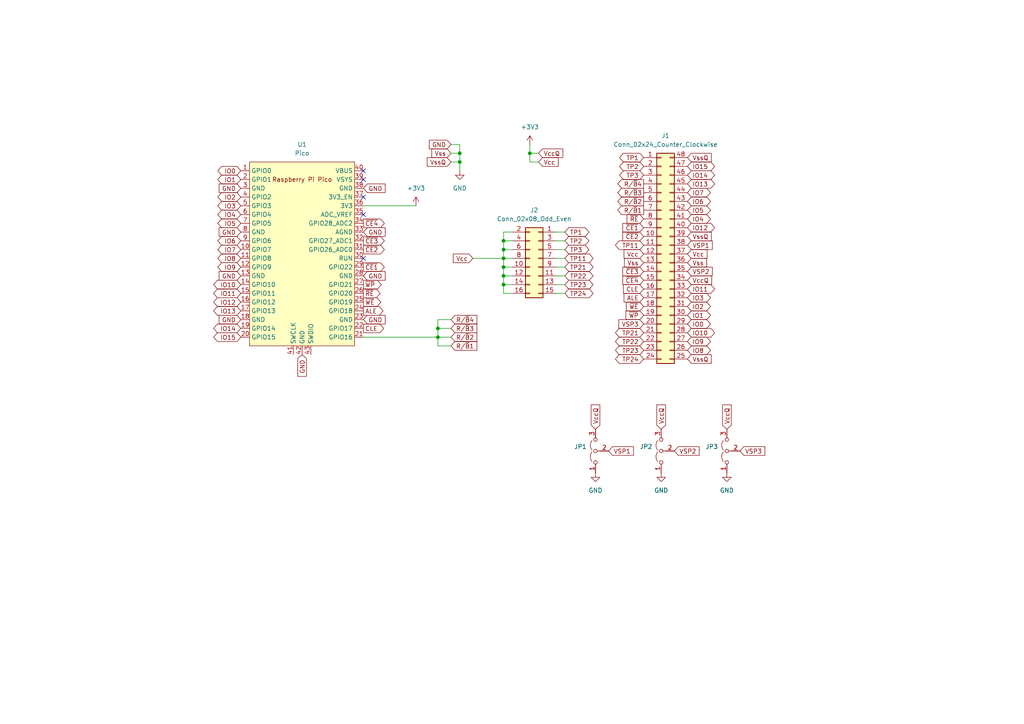
<source format=kicad_sch>
(kicad_sch (version 20231120) (generator "eeschema") (generator_version "8.0")
  (paper "A4")
  (title_block (title "Pico Nand Reader DIY"))
  (lib_symbols
    (symbol "Connector_Generic:Conn_02x08_Odd_Even" (pin_names (offset 1.016) hide)
      (property "Reference" "J" (at 1.27 10.16 0))
      (property "Value" "Conn_02x08_Odd_Even" (at 1.27 -12.7 0))
      (symbol "Conn_02x08_Odd_Even_1_1"
        (rectangle (start -1.27 -10.033) (end 0 -10.287) (stroke (width 0.1524)))
        (rectangle (start -1.27 -7.493) (end 0 -7.747) (stroke (width 0.1524)))
        (rectangle (start -1.27 -4.953) (end 0 -5.207) (stroke (width 0.1524)))
        (rectangle (start -1.27 -2.413) (end 0 -2.667) (stroke (width 0.1524)))
        (rectangle (start -1.27 0.127) (end 0 -0.127) (stroke (width 0.1524)))
        (rectangle (start -1.27 2.667) (end 0 2.413) (stroke (width 0.1524)))
        (rectangle (start -1.27 5.207) (end 0 4.953) (stroke (width 0.1524)))
        (rectangle (start -1.27 7.747) (end 0 7.493) (stroke (width 0.1524)))
        (rectangle (start -1.27 8.89) (end 3.81 -11.43) (stroke (width 0.254)) (fill (type background)))
        (rectangle (start 3.81 -10.033) (end 2.54 -10.287) (stroke (width 0.1524)))
        (rectangle (start 3.81 -7.493) (end 2.54 -7.747) (stroke (width 0.1524)))
        (rectangle (start 3.81 -4.953) (end 2.54 -5.207) (stroke (width 0.1524)))
        (rectangle (start 3.81 -2.413) (end 2.54 -2.667) (stroke (width 0.1524)))
        (rectangle (start 3.81 0.127) (end 2.54 -0.127) (stroke (width 0.1524)))
        (rectangle (start 3.81 2.667) (end 2.54 2.413) (stroke (width 0.1524)))
        (rectangle (start 3.81 5.207) (end 2.54 4.953) (stroke (width 0.1524)))
        (rectangle (start 3.81 7.747) (end 2.54 7.493) (stroke (width 0.1524)))
        (pin passive line (at -5.08 7.62 0) (length 3.81) (name "Pin_1") (number "1"))
        (pin passive line (at 7.62 -2.54 180) (length 3.81) (name "Pin_10") (number "10"))
        (pin passive line (at -5.08 -5.08 0) (length 3.81) (name "Pin_11") (number "11"))
        (pin passive line (at 7.62 -5.08 180) (length 3.81) (name "Pin_12") (number "12"))
        (pin passive line (at -5.08 -7.62 0) (length 3.81) (name "Pin_13") (number "13"))
        (pin passive line (at 7.62 -7.62 180) (length 3.81) (name "Pin_14") (number "14"))
        (pin passive line (at -5.08 -10.16 0) (length 3.81) (name "Pin_15") (number "15"))
        (pin passive line (at 7.62 -10.16 180) (length 3.81) (name "Pin_16") (number "16"))
        (pin passive line (at 7.62 7.62 180) (length 3.81) (name "Pin_2") (number "2"))
        (pin passive line (at -5.08 5.08 0) (length 3.81) (name "Pin_3") (number "3"))
        (pin passive line (at 7.62 5.08 180) (length 3.81) (name "Pin_4") (number "4"))
        (pin passive line (at -5.08 2.54 0) (length 3.81) (name "Pin_5") (number "5"))
        (pin passive line (at 7.62 2.54 180) (length 3.81) (name "Pin_6") (number "6"))
        (pin passive line (at -5.08 0 0) (length 3.81) (name "Pin_7") (number "7"))
        (pin passive line (at 7.62 0 180) (length 3.81) (name "Pin_8") (number "8"))
        (pin passive line (at -5.08 -2.54 0) (length 3.81) (name "Pin_9") (number "9"))
      )
    )
    (symbol "Connector_Generic:Conn_02x24_Counter_Clockwise" (pin_names (offset 1.016) hide)
      (property "Reference" "J" (at 1.27 30.48 0))
      (property "Value" "Conn_02x24_Counter_Clockwise" (at 1.27 -33.02 0))
      (symbol "Conn_02x24_Counter_Clockwise_1_1"
        (rectangle (start -1.27 -30.353) (end 0 -30.607) (stroke (width 0.1524)))
        (rectangle (start -1.27 -27.813) (end 0 -28.067) (stroke (width 0.1524)))
        (rectangle (start -1.27 -25.273) (end 0 -25.527) (stroke (width 0.1524)))
        (rectangle (start -1.27 -22.733) (end 0 -22.987) (stroke (width 0.1524)))
        (rectangle (start -1.27 -20.193) (end 0 -20.447) (stroke (width 0.1524)))
        (rectangle (start -1.27 -17.653) (end 0 -17.907) (stroke (width 0.1524)))
        (rectangle (start -1.27 -15.113) (end 0 -15.367) (stroke (width 0.1524)))
        (rectangle (start -1.27 -12.573) (end 0 -12.827) (stroke (width 0.1524)))
        (rectangle (start -1.27 -10.033) (end 0 -10.287) (stroke (width 0.1524)))
        (rectangle (start -1.27 -7.493) (end 0 -7.747) (stroke (width 0.1524)))
        (rectangle (start -1.27 -4.953) (end 0 -5.207) (stroke (width 0.1524)))
        (rectangle (start -1.27 -2.413) (end 0 -2.667) (stroke (width 0.1524)))
        (rectangle (start -1.27 0.127) (end 0 -0.127) (stroke (width 0.1524)))
        (rectangle (start -1.27 2.667) (end 0 2.413) (stroke (width 0.1524)))
        (rectangle (start -1.27 5.207) (end 0 4.953) (stroke (width 0.1524)))
        (rectangle (start -1.27 7.747) (end 0 7.493) (stroke (width 0.1524)))
        (rectangle (start -1.27 10.287) (end 0 10.033) (stroke (width 0.1524)))
        (rectangle (start -1.27 12.827) (end 0 12.573) (stroke (width 0.1524)))
        (rectangle (start -1.27 15.367) (end 0 15.113) (stroke (width 0.1524)))
        (rectangle (start -1.27 17.907) (end 0 17.653) (stroke (width 0.1524)))
        (rectangle (start -1.27 20.447) (end 0 20.193) (stroke (width 0.1524)))
        (rectangle (start -1.27 22.987) (end 0 22.733) (stroke (width 0.1524)))
        (rectangle (start -1.27 25.527) (end 0 25.273) (stroke (width 0.1524)))
        (rectangle (start -1.27 28.067) (end 0 27.813) (stroke (width 0.1524)))
        (rectangle (start -1.27 29.21) (end 3.81 -31.75) (stroke (width 0.254)) (fill (type background)))
        (rectangle (start 3.81 -30.353) (end 2.54 -30.607) (stroke (width 0.1524)))
        (rectangle (start 3.81 -27.813) (end 2.54 -28.067) (stroke (width 0.1524)))
        (rectangle (start 3.81 -25.273) (end 2.54 -25.527) (stroke (width 0.1524)))
        (rectangle (start 3.81 -22.733) (end 2.54 -22.987) (stroke (width 0.1524)))
        (rectangle (start 3.81 -20.193) (end 2.54 -20.447) (stroke (width 0.1524)))
        (rectangle (start 3.81 -17.653) (end 2.54 -17.907) (stroke (width 0.1524)))
        (rectangle (start 3.81 -15.113) (end 2.54 -15.367) (stroke (width 0.1524)))
        (rectangle (start 3.81 -12.573) (end 2.54 -12.827) (stroke (width 0.1524)))
        (rectangle (start 3.81 -10.033) (end 2.54 -10.287) (stroke (width 0.1524)))
        (rectangle (start 3.81 -7.493) (end 2.54 -7.747) (stroke (width 0.1524)))
        (rectangle (start 3.81 -4.953) (end 2.54 -5.207) (stroke (width 0.1524)))
        (rectangle (start 3.81 -2.413) (end 2.54 -2.667) (stroke (width 0.1524)))
        (rectangle (start 3.81 0.127) (end 2.54 -0.127) (stroke (width 0.1524)))
        (rectangle (start 3.81 2.667) (end 2.54 2.413) (stroke (width 0.1524)))
        (rectangle (start 3.81 5.207) (end 2.54 4.953) (stroke (width 0.1524)))
        (rectangle (start 3.81 7.747) (end 2.54 7.493) (stroke (width 0.1524)))
        (rectangle (start 3.81 10.287) (end 2.54 10.033) (stroke (width 0.1524)))
        (rectangle (start 3.81 12.827) (end 2.54 12.573) (stroke (width 0.1524)))
        (rectangle (start 3.81 15.367) (end 2.54 15.113) (stroke (width 0.1524)))
        (rectangle (start 3.81 17.907) (end 2.54 17.653) (stroke (width 0.1524)))
        (rectangle (start 3.81 20.447) (end 2.54 20.193) (stroke (width 0.1524)))
        (rectangle (start 3.81 22.987) (end 2.54 22.733) (stroke (width 0.1524)))
        (rectangle (start 3.81 25.527) (end 2.54 25.273) (stroke (width 0.1524)))
        (rectangle (start 3.81 28.067) (end 2.54 27.813) (stroke (width 0.1524)))
        (pin passive line (at -5.08 27.94 0) (length 3.81) (name "Pin_1") (number "1"))
        (pin passive line (at -5.08 5.08 0) (length 3.81) (name "Pin_10") (number "10"))
        (pin passive line (at -5.08 2.54 0) (length 3.81) (name "Pin_11") (number "11"))
        (pin passive line (at -5.08 0 0) (length 3.81) (name "Pin_12") (number "12"))
        (pin passive line (at -5.08 -2.54 0) (length 3.81) (name "Pin_13") (number "13"))
        (pin passive line (at -5.08 -5.08 0) (length 3.81) (name "Pin_14") (number "14"))
        (pin passive line (at -5.08 -7.62 0) (length 3.81) (name "Pin_15") (number "15"))
        (pin passive line (at -5.08 -10.16 0) (length 3.81) (name "Pin_16") (number "16"))
        (pin passive line (at -5.08 -12.7 0) (length 3.81) (name "Pin_17") (number "17"))
        (pin passive line (at -5.08 -15.24 0) (length 3.81) (name "Pin_18") (number "18"))
        (pin passive line (at -5.08 -17.78 0) (length 3.81) (name "Pin_19") (number "19"))
        (pin passive line (at -5.08 25.4 0) (length 3.81) (name "Pin_2") (number "2"))
        (pin passive line (at -5.08 -20.32 0) (length 3.81) (name "Pin_20") (number "20"))
        (pin passive line (at -5.08 -22.86 0) (length 3.81) (name "Pin_21") (number "21"))
        (pin passive line (at -5.08 -25.4 0) (length 3.81) (name "Pin_22") (number "22"))
        (pin passive line (at -5.08 -27.94 0) (length 3.81) (name "Pin_23") (number "23"))
        (pin passive line (at -5.08 -30.48 0) (length 3.81) (name "Pin_24") (number "24"))
        (pin passive line (at 7.62 -30.48 180) (length 3.81) (name "Pin_25") (number "25"))
        (pin passive line (at 7.62 -27.94 180) (length 3.81) (name "Pin_26") (number "26"))
        (pin passive line (at 7.62 -25.4 180) (length 3.81) (name "Pin_27") (number "27"))
        (pin passive line (at 7.62 -22.86 180) (length 3.81) (name "Pin_28") (number "28"))
        (pin passive line (at 7.62 -20.32 180) (length 3.81) (name "Pin_29") (number "29"))
        (pin passive line (at -5.08 22.86 0) (length 3.81) (name "Pin_3") (number "3"))
        (pin passive line (at 7.62 -17.78 180) (length 3.81) (name "Pin_30") (number "30"))
        (pin passive line (at 7.62 -15.24 180) (length 3.81) (name "Pin_31") (number "31"))
        (pin passive line (at 7.62 -12.7 180) (length 3.81) (name "Pin_32") (number "32"))
        (pin passive line (at 7.62 -10.16 180) (length 3.81) (name "Pin_33") (number "33"))
        (pin passive line (at 7.62 -7.62 180) (length 3.81) (name "Pin_34") (number "34"))
        (pin passive line (at 7.62 -5.08 180) (length 3.81) (name "Pin_35") (number "35"))
        (pin passive line (at 7.62 -2.54 180) (length 3.81) (name "Pin_36") (number "36"))
        (pin passive line (at 7.62 0 180) (length 3.81) (name "Pin_37") (number "37"))
        (pin passive line (at 7.62 2.54 180) (length 3.81) (name "Pin_38") (number "38"))
        (pin passive line (at 7.62 5.08 180) (length 3.81) (name "Pin_39") (number "39"))
        (pin passive line (at -5.08 20.32 0) (length 3.81) (name "Pin_4") (number "4"))
        (pin passive line (at 7.62 7.62 180) (length 3.81) (name "Pin_40") (number "40"))
        (pin passive line (at 7.62 10.16 180) (length 3.81) (name "Pin_41") (number "41"))
        (pin passive line (at 7.62 12.7 180) (length 3.81) (name "Pin_42") (number "42"))
        (pin passive line (at 7.62 15.24 180) (length 3.81) (name "Pin_43") (number "43"))
        (pin passive line (at 7.62 17.78 180) (length 3.81) (name "Pin_44") (number "44"))
        (pin passive line (at 7.62 20.32 180) (length 3.81) (name "Pin_45") (number "45"))
        (pin passive line (at 7.62 22.86 180) (length 3.81) (name "Pin_46") (number "46"))
        (pin passive line (at 7.62 25.4 180) (length 3.81) (name "Pin_47") (number "47"))
        (pin passive line (at 7.62 27.94 180) (length 3.81) (name "Pin_48") (number "48"))
        (pin passive line (at -5.08 17.78 0) (length 3.81) (name "Pin_5") (number "5"))
        (pin passive line (at -5.08 15.24 0) (length 3.81) (name "Pin_6") (number "6"))
        (pin passive line (at -5.08 12.7 0) (length 3.81) (name "Pin_7") (number "7"))
        (pin passive line (at -5.08 10.16 0) (length 3.81) (name "Pin_8") (number "8"))
        (pin passive line (at -5.08 7.62 0) (length 3.81) (name "Pin_9") (number "9"))
      )
    )
    (symbol "Jumper:Jumper_3_Open" (pin_names (offset 0) hide) (exclude_from_sim yes) (in_bom no)
      (property "Reference" "JP" (at -2.54 -2.54 0))
      (property "Value" "Jumper_3_Open" (at 0 2.794 0))
      (symbol "Jumper_3_Open_0_0"
        (circle (center -3.302 0) (radius 0.508))
        (circle (center 0 0) (radius 0.508))
        (circle (center 3.302 0) (radius 0.508))
      )
      (symbol "Jumper_3_Open_0_1"
        (arc (start -0.254 1.016) (mid -1.651 1.4992) (end -3.048 1.016))
        (polyline (pts (xy 0 -0.508) (xy 0 -1.27)))
        (arc (start 3.048 1.016) (mid 1.651 1.4992) (end 0.254 1.016))
      )
      (symbol "Jumper_3_Open_1_1"
        (pin passive line (at -6.35 0 0) (length 2.54) (name "A") (number "1"))
        (pin passive line (at 0 -3.81 90) (length 2.54) (name "C") (number "2"))
        (pin passive line (at 6.35 0 180) (length 2.54) (name "B") (number "3"))
      )
    )
    (symbol "MCU_RaspberryPi_and_Boards:Pico"
      (property "Reference" "U" (at -13.97 27.94 0))
      (property "Value" "Pico" (at 0 19.05 0))
      (symbol "Pico_0_0"
        (text "Raspberry Pi Pico" (at 0 21.59 0) (effects (font (size 1.27 1.27))))
      )
      (symbol "Pico_0_1"
        (rectangle (start -15.24 26.67) (end 15.24 -26.67) (fill (type background)))
      )
      (symbol "Pico_1_1"
        (pin bidirectional line (at -17.78 24.13 0) (length 2.54) (name "GPIO0") (number "1"))
        (pin bidirectional line (at -17.78 1.27 0) (length 2.54) (name "GPIO7") (number "10"))
        (pin bidirectional line (at -17.78 -1.27 0) (length 2.54) (name "GPIO8") (number "11"))
        (pin bidirectional line (at -17.78 -3.81 0) (length 2.54) (name "GPIO9") (number "12"))
        (pin power_in line (at -17.78 -6.35 0) (length 2.54) (name "GND") (number "13"))
        (pin bidirectional line (at -17.78 -8.89 0) (length 2.54) (name "GPIO10") (number "14"))
        (pin bidirectional line (at -17.78 -11.43 0) (length 2.54) (name "GPIO11") (number "15"))
        (pin bidirectional line (at -17.78 -13.97 0) (length 2.54) (name "GPIO12") (number "16"))
        (pin bidirectional line (at -17.78 -16.51 0) (length 2.54) (name "GPIO13") (number "17"))
        (pin power_in line (at -17.78 -19.05 0) (length 2.54) (name "GND") (number "18"))
        (pin bidirectional line (at -17.78 -21.59 0) (length 2.54) (name "GPIO14") (number "19"))
        (pin bidirectional line (at -17.78 21.59 0) (length 2.54) (name "GPIO1") (number "2"))
        (pin bidirectional line (at -17.78 -24.13 0) (length 2.54) (name "GPIO15") (number "20"))
        (pin bidirectional line (at 17.78 -24.13 180) (length 2.54) (name "GPIO16") (number "21"))
        (pin bidirectional line (at 17.78 -21.59 180) (length 2.54) (name "GPIO17") (number "22"))
        (pin power_in line (at 17.78 -19.05 180) (length 2.54) (name "GND") (number "23"))
        (pin bidirectional line (at 17.78 -16.51 180) (length 2.54) (name "GPIO18") (number "24"))
        (pin bidirectional line (at 17.78 -13.97 180) (length 2.54) (name "GPIO19") (number "25"))
        (pin bidirectional line (at 17.78 -11.43 180) (length 2.54) (name "GPIO20") (number "26"))
        (pin bidirectional line (at 17.78 -8.89 180) (length 2.54) (name "GPIO21") (number "27"))
        (pin power_in line (at 17.78 -6.35 180) (length 2.54) (name "GND") (number "28"))
        (pin bidirectional line (at 17.78 -3.81 180) (length 2.54) (name "GPIO22") (number "29"))
        (pin power_in line (at -17.78 19.05 0) (length 2.54) (name "GND") (number "3"))
        (pin input line (at 17.78 -1.27 180) (length 2.54) (name "RUN") (number "30"))
        (pin bidirectional line (at 17.78 1.27 180) (length 2.54) (name "GPIO26_ADC0") (number "31"))
        (pin bidirectional line (at 17.78 3.81 180) (length 2.54) (name "GPIO27_ADC1") (number "32"))
        (pin power_in line (at 17.78 6.35 180) (length 2.54) (name "AGND") (number "33"))
        (pin bidirectional line (at 17.78 8.89 180) (length 2.54) (name "GPIO28_ADC2") (number "34"))
        (pin power_in line (at 17.78 11.43 180) (length 2.54) (name "ADC_VREF") (number "35"))
        (pin power_out line (at 17.78 13.97 180) (length 2.54) (name "3V3") (number "36"))
        (pin input line (at 17.78 16.51 180) (length 2.54) (name "3V3_EN") (number "37"))
        (pin power_out line (at 17.78 19.05 180) (length 2.54) (name "GND") (number "38"))
        (pin power_in line (at 17.78 21.59 180) (length 2.54) (name "VSYS") (number "39"))
        (pin bidirectional line (at -17.78 16.51 0) (length 2.54) (name "GPIO2") (number "4"))
        (pin power_out line (at 17.78 24.13 180) (length 2.54) (name "VBUS") (number "40"))
        (pin input line (at -2.54 -29.21 90) (length 2.54) (name "SWCLK") (number "41"))
        (pin power_in line (at 0 -29.21 90) (length 2.54) (name "GND") (number "42"))
        (pin bidirectional line (at 2.54 -29.21 90) (length 2.54) (name "SWDIO") (number "43"))
        (pin bidirectional line (at -17.78 13.97 0) (length 2.54) (name "GPIO3") (number "5"))
        (pin bidirectional line (at -17.78 11.43 0) (length 2.54) (name "GPIO4") (number "6"))
        (pin bidirectional line (at -17.78 8.89 0) (length 2.54) (name "GPIO5") (number "7"))
        (pin power_in line (at -17.78 6.35 0) (length 2.54) (name "GND") (number "8"))
        (pin bidirectional line (at -17.78 3.81 0) (length 2.54) (name "GPIO6") (number "9"))
      )
    )
    (symbol "power:+3V3" (power) (pin_numbers hide) (pin_names (offset 0) hide)
      (property "Value" "+3V3" (at 0 3.556 0))
      (symbol "+3V3_0_1"
        (polyline (pts (xy -0.762 1.27) (xy 0 2.54)))
        (polyline (pts (xy 0 0) (xy 0 2.54)))
        (polyline (pts (xy 0 2.54) (xy 0.762 1.27)))
      )
      (symbol "+3V3_1_1"
        (pin power_in line (at 0 0 90) (length 0) (name "~") (number "1"))
      )
    )
    (symbol "power:GND" (power) (pin_numbers hide) (pin_names (offset 0) hide)
      (property "Value" "GND" (at 0 -3.81 0))
      (symbol "GND_0_1"
        (polyline (pts (xy 0 0) (xy 0 -1.27) (xy 1.27 -1.27) (xy 0 -2.54) (xy -1.27 -1.27) (xy 0 -1.27)))
      )
      (symbol "GND_1_1"
        (pin power_in line (at 0 0 270) (length 0) (name "~") (number "1"))
      )
    )
  )
  (junction (at 127 95.25))
  (junction (at 133.35 44.45))
  (junction (at 146.05 72.39))
  (junction (at 146.05 69.85))
  (junction (at 127 97.79))
  (junction (at 146.05 80.01))
  (junction (at 133.35 46.99))
  (junction (at 146.05 77.47))
  (junction (at 146.05 74.93))
  (junction (at 153.67 44.45))
  (junction (at 146.05 82.55))
  (no_connect (at 105.41 57.15))
  (no_connect (at 105.41 52.07))
  (no_connect (at 105.41 74.93))
  (no_connect (at 105.41 62.23))
  (no_connect (at 105.41 49.53))
  (wire (pts (xy 161.29 67.31) (xy 163.83 67.31)))
  (wire (pts (xy 161.29 74.93) (xy 163.83 74.93)))
  (wire (pts (xy 127 92.71) (xy 127 95.25)))
  (wire (pts (xy 133.35 49.53) (xy 133.35 46.99)))
  (wire (pts (xy 146.05 69.85) (xy 146.05 72.39)))
  (wire (pts (xy 133.35 46.99) (xy 130.81 46.99)))
  (wire (pts (xy 153.67 46.99) (xy 156.21 46.99)))
  (wire (pts (xy 127 100.33) (xy 127 97.79)))
  (wire (pts (xy 130.81 100.33) (xy 127 100.33)))
  (wire (pts (xy 153.67 44.45) (xy 153.67 46.99)))
  (wire (pts (xy 163.83 80.01) (xy 161.29 80.01)))
  (wire (pts (xy 161.29 72.39) (xy 163.83 72.39)))
  (wire (pts (xy 127 95.25) (xy 127 97.79)))
  (wire (pts (xy 146.05 85.09) (xy 146.05 82.55)))
  (wire (pts (xy 156.21 44.45) (xy 153.67 44.45)))
  (wire (pts (xy 163.83 82.55) (xy 161.29 82.55)))
  (wire (pts (xy 148.59 74.93) (xy 146.05 74.93)))
  (wire (pts (xy 105.41 97.79) (xy 127 97.79)))
  (wire (pts (xy 146.05 72.39) (xy 146.05 74.93)))
  (wire (pts (xy 148.59 80.01) (xy 146.05 80.01)))
  (wire (pts (xy 153.67 41.91) (xy 153.67 44.45)))
  (wire (pts (xy 146.05 80.01) (xy 146.05 82.55)))
  (wire (pts (xy 127 95.25) (xy 130.81 95.25)))
  (wire (pts (xy 146.05 74.93) (xy 146.05 77.47)))
  (wire (pts (xy 148.59 77.47) (xy 146.05 77.47)))
  (wire (pts (xy 133.35 44.45) (xy 133.35 46.99)))
  (wire (pts (xy 148.59 82.55) (xy 146.05 82.55)))
  (wire (pts (xy 148.59 72.39) (xy 146.05 72.39)))
  (wire (pts (xy 148.59 85.09) (xy 146.05 85.09)))
  (wire (pts (xy 161.29 69.85) (xy 163.83 69.85)))
  (wire (pts (xy 105.41 59.69) (xy 120.65 59.69)))
  (wire (pts (xy 133.35 41.91) (xy 133.35 44.45)))
  (wire (pts (xy 137.16 74.93) (xy 146.05 74.93)))
  (wire (pts (xy 163.83 77.47) (xy 161.29 77.47)))
  (wire (pts (xy 130.81 44.45) (xy 133.35 44.45)))
  (wire (pts (xy 130.81 41.91) (xy 133.35 41.91)))
  (wire (pts (xy 146.05 77.47) (xy 146.05 80.01)))
  (wire (pts (xy 127 92.71) (xy 130.81 92.71)))
  (wire (pts (xy 148.59 67.31) (xy 146.05 67.31)))
  (wire (pts (xy 148.59 69.85) (xy 146.05 69.85)))
  (wire (pts (xy 146.05 67.31) (xy 146.05 69.85)))
  (wire (pts (xy 163.83 85.09) (xy 161.29 85.09)))
  (wire (pts (xy 127 97.79) (xy 130.81 97.79)))
  (global_label "~{CE2}" (shape output) (at 105.41 72.39 0) (property "Intersheetrefs" "${INTERSHEET_REFS}" (effects (hide yes))))
  (global_label "IO14" (shape bidirectional) (at 69.85 95.25 180) (property "Intersheetrefs" "${INTERSHEET_REFS}" (effects (hide yes))))
  (global_label "TP24" (shape bidirectional) (at 186.69 104.14 180) (property "Intersheetrefs" "${INTERSHEET_REFS}" (effects (hide yes))))
  (global_label "IO5" (shape bidirectional) (at 69.85 64.77 180) (property "Intersheetrefs" "${INTERSHEET_REFS}" (effects (hide yes))))
  (global_label "IO14" (shape bidirectional) (at 199.39 50.8 0) (property "Intersheetrefs" "${INTERSHEET_REFS}" (effects (hide yes))))
  (global_label "CLE" (shape input) (at 186.69 83.82 180) (property "Intersheetrefs" "${INTERSHEET_REFS}" (effects (hide yes))))
  (global_label "IO3" (shape bidirectional) (at 199.39 86.36 0) (property "Intersheetrefs" "${INTERSHEET_REFS}" (effects (hide yes))))
  (global_label "Vcc" (shape input) (at 186.69 73.66 180) (property "Intersheetrefs" "${INTERSHEET_REFS}" (effects (hide yes))))
  (global_label "VssQ" (shape input) (at 199.39 68.58 0) (property "Intersheetrefs" "${INTERSHEET_REFS}" (effects (hide yes))))
  (global_label "IO11" (shape bidirectional) (at 69.85 85.09 180) (property "Intersheetrefs" "${INTERSHEET_REFS}" (effects (hide yes))))
  (global_label "IO1" (shape bidirectional) (at 199.39 91.44 0) (property "Intersheetrefs" "${INTERSHEET_REFS}" (effects (hide yes))))
  (global_label "TP3" (shape bidirectional) (at 186.69 50.8 180) (property "Intersheetrefs" "${INTERSHEET_REFS}" (effects (hide yes))))
  (global_label "IO2" (shape bidirectional) (at 69.85 57.15 180) (property "Intersheetrefs" "${INTERSHEET_REFS}" (effects (hide yes))))
  (global_label "IO8" (shape bidirectional) (at 199.39 101.6 0) (property "Intersheetrefs" "${INTERSHEET_REFS}" (effects (hide yes))))
  (global_label "GND" (shape input) (at 87.63 102.87 270) (property "Intersheetrefs" "${INTERSHEET_REFS}" (effects (hide yes))))
  (global_label "Vss" (shape input) (at 130.81 44.45 180) (property "Intersheetrefs" "${INTERSHEET_REFS}" (effects (hide yes))))
  (global_label "IO9" (shape bidirectional) (at 69.85 77.47 180) (property "Intersheetrefs" "${INTERSHEET_REFS}" (effects (hide yes))))
  (global_label "GND" (shape input) (at 69.85 92.71 180) (property "Intersheetrefs" "${INTERSHEET_REFS}" (effects (hide yes))))
  (global_label "VSP3" (shape input) (at 186.69 93.98 180) (property "Intersheetrefs" "${INTERSHEET_REFS}" (effects (hide yes))))
  (global_label "IO0" (shape bidirectional) (at 199.39 93.98 0) (property "Intersheetrefs" "${INTERSHEET_REFS}" (effects (hide yes))))
  (global_label "IO15" (shape bidirectional) (at 69.85 97.79 180) (property "Intersheetrefs" "${INTERSHEET_REFS}" (effects (hide yes))))
  (global_label "~{CE3}" (shape input) (at 186.69 78.74 180) (property "Intersheetrefs" "${INTERSHEET_REFS}" (effects (hide yes))))
  (global_label "IO4" (shape bidirectional) (at 69.85 62.23 180) (property "Intersheetrefs" "${INTERSHEET_REFS}" (effects (hide yes))))
  (global_label "VSP2" (shape input) (at 195.58 130.81 0) (property "Intersheetrefs" "${INTERSHEET_REFS}" (effects (hide yes))))
  (global_label "TP22" (shape bidirectional) (at 163.83 80.01 0) (property "Intersheetrefs" "${INTERSHEET_REFS}" (effects (hide yes))))
  (global_label "R{slash}~{B}4" (shape output) (at 186.69 53.34 180) (property "Intersheetrefs" "${INTERSHEET_REFS}" (effects (hide yes))))
  (global_label "ALE" (shape output) (at 105.41 90.17 0) (property "Intersheetrefs" "${INTERSHEET_REFS}" (effects (hide yes))))
  (global_label "IO9" (shape bidirectional) (at 199.39 99.06 0) (property "Intersheetrefs" "${INTERSHEET_REFS}" (effects (hide yes))))
  (global_label "TP1" (shape bidirectional) (at 186.69 45.72 180) (property "Intersheetrefs" "${INTERSHEET_REFS}" (effects (hide yes))))
  (global_label "IO10" (shape bidirectional) (at 69.85 82.55 180) (property "Intersheetrefs" "${INTERSHEET_REFS}" (effects (hide yes))))
  (global_label "TP1" (shape bidirectional) (at 163.83 67.31 0) (property "Intersheetrefs" "${INTERSHEET_REFS}" (effects (hide yes))))
  (global_label "TP2" (shape bidirectional) (at 186.69 48.26 180) (property "Intersheetrefs" "${INTERSHEET_REFS}" (effects (hide yes))))
  (global_label "IO6" (shape bidirectional) (at 199.39 58.42 0) (property "Intersheetrefs" "${INTERSHEET_REFS}" (effects (hide yes))))
  (global_label "TP24" (shape bidirectional) (at 163.83 85.09 0) (property "Intersheetrefs" "${INTERSHEET_REFS}" (effects (hide yes))))
  (global_label "VccQ" (shape input) (at 156.21 44.45 0) (property "Intersheetrefs" "${INTERSHEET_REFS}" (effects (hide yes))))
  (global_label "TP11" (shape bidirectional) (at 163.83 74.93 0) (property "Intersheetrefs" "${INTERSHEET_REFS}" (effects (hide yes))))
  (global_label "GND" (shape input) (at 130.81 41.91 180) (property "Intersheetrefs" "${INTERSHEET_REFS}" (effects (hide yes))))
  (global_label "VccQ" (shape input) (at 172.72 124.46 90) (property "Intersheetrefs" "${INTERSHEET_REFS}" (effects (hide yes))))
  (global_label "IO6" (shape bidirectional) (at 69.85 69.85 180) (property "Intersheetrefs" "${INTERSHEET_REFS}" (effects (hide yes))))
  (global_label "TP3" (shape bidirectional) (at 163.83 72.39 0) (property "Intersheetrefs" "${INTERSHEET_REFS}" (effects (hide yes))))
  (global_label "IO15" (shape bidirectional) (at 199.39 48.26 0) (property "Intersheetrefs" "${INTERSHEET_REFS}" (effects (hide yes))))
  (global_label "~{CE4}" (shape input) (at 186.69 81.28 180) (property "Intersheetrefs" "${INTERSHEET_REFS}" (effects (hide yes))))
  (global_label "GND" (shape input) (at 105.41 80.01 0) (property "Intersheetrefs" "${INTERSHEET_REFS}" (effects (hide yes))))
  (global_label "VccQ" (shape input) (at 191.77 124.46 90) (property "Intersheetrefs" "${INTERSHEET_REFS}" (effects (hide yes))))
  (global_label "~{WP}" (shape output) (at 105.41 82.55 0) (property "Intersheetrefs" "${INTERSHEET_REFS}" (effects (hide yes))))
  (global_label "~{CE1}" (shape output) (at 105.41 77.47 0) (property "Intersheetrefs" "${INTERSHEET_REFS}" (effects (hide yes))))
  (global_label "IO3" (shape bidirectional) (at 69.85 59.69 180) (property "Intersheetrefs" "${INTERSHEET_REFS}" (effects (hide yes))))
  (global_label "R{slash}~{B}2" (shape output) (at 186.69 58.42 180) (property "Intersheetrefs" "${INTERSHEET_REFS}" (effects (hide yes))))
  (global_label "GND" (shape input) (at 69.85 54.61 180) (property "Intersheetrefs" "${INTERSHEET_REFS}" (effects (hide yes))))
  (global_label "VSP3" (shape input) (at 214.63 130.81 0) (property "Intersheetrefs" "${INTERSHEET_REFS}" (effects (hide yes))))
  (global_label "~{WP}" (shape input) (at 186.69 91.44 180) (property "Intersheetrefs" "${INTERSHEET_REFS}" (effects (hide yes))))
  (global_label "~{RE}" (shape input) (at 186.69 63.5 180) (property "Intersheetrefs" "${INTERSHEET_REFS}" (effects (hide yes))))
  (global_label "Vss" (shape input) (at 186.69 76.2 180) (property "Intersheetrefs" "${INTERSHEET_REFS}" (effects (hide yes))))
  (global_label "IO8" (shape bidirectional) (at 69.85 74.93 180) (property "Intersheetrefs" "${INTERSHEET_REFS}" (effects (hide yes))))
  (global_label "VccQ" (shape input) (at 199.39 81.28 0) (property "Intersheetrefs" "${INTERSHEET_REFS}" (effects (hide yes))))
  (global_label "~{WE}" (shape input) (at 186.69 88.9 180) (property "Intersheetrefs" "${INTERSHEET_REFS}" (effects (hide yes))))
  (global_label "IO10" (shape bidirectional) (at 199.39 96.52 0) (property "Intersheetrefs" "${INTERSHEET_REFS}" (effects (hide yes))))
  (global_label "TP21" (shape bidirectional) (at 163.83 77.47 0) (property "Intersheetrefs" "${INTERSHEET_REFS}" (effects (hide yes))))
  (global_label "VssQ" (shape input) (at 130.81 46.99 180) (property "Intersheetrefs" "${INTERSHEET_REFS}" (effects (hide yes))))
  (global_label "R{slash}~{B}1" (shape input) (at 130.81 100.33 0) (property "Intersheetrefs" "${INTERSHEET_REFS}" (effects (hide yes))))
  (global_label "Vcc" (shape input) (at 156.21 46.99 0) (property "Intersheetrefs" "${INTERSHEET_REFS}" (effects (hide yes))))
  (global_label "GND" (shape input) (at 69.85 80.01 180) (property "Intersheetrefs" "${INTERSHEET_REFS}" (effects (hide yes))))
  (global_label "CLE" (shape output) (at 105.41 95.25 0) (property "Intersheetrefs" "${INTERSHEET_REFS}" (effects (hide yes))))
  (global_label "R{slash}~{B}4" (shape input) (at 130.81 92.71 0) (property "Intersheetrefs" "${INTERSHEET_REFS}" (effects (hide yes))))
  (global_label "VSP2" (shape input) (at 199.39 78.74 0) (property "Intersheetrefs" "${INTERSHEET_REFS}" (effects (hide yes))))
  (global_label "TP11" (shape bidirectional) (at 186.69 71.12 180) (property "Intersheetrefs" "${INTERSHEET_REFS}" (effects (hide yes))))
  (global_label "IO7" (shape bidirectional) (at 199.39 55.88 0) (property "Intersheetrefs" "${INTERSHEET_REFS}" (effects (hide yes))))
  (global_label "VSP1" (shape input) (at 199.39 71.12 0) (property "Intersheetrefs" "${INTERSHEET_REFS}" (effects (hide yes))))
  (global_label "IO1" (shape bidirectional) (at 69.85 52.07 180) (property "Intersheetrefs" "${INTERSHEET_REFS}" (effects (hide yes))))
  (global_label "VSP1" (shape input) (at 176.53 130.81 0) (property "Intersheetrefs" "${INTERSHEET_REFS}" (effects (hide yes))))
  (global_label "GND" (shape input) (at 105.41 92.71 0) (property "Intersheetrefs" "${INTERSHEET_REFS}" (effects (hide yes))))
  (global_label "IO13" (shape bidirectional) (at 69.85 90.17 180) (property "Intersheetrefs" "${INTERSHEET_REFS}" (effects (hide yes))))
  (global_label "Vss" (shape input) (at 199.39 76.2 0) (property "Intersheetrefs" "${INTERSHEET_REFS}" (effects (hide yes))))
  (global_label "~{CE2}" (shape input) (at 186.69 68.58 180) (property "Intersheetrefs" "${INTERSHEET_REFS}" (effects (hide yes))))
  (global_label "ALE" (shape input) (at 186.69 86.36 180) (property "Intersheetrefs" "${INTERSHEET_REFS}" (effects (hide yes))))
  (global_label "IO0" (shape bidirectional) (at 69.85 49.53 180) (property "Intersheetrefs" "${INTERSHEET_REFS}" (effects (hide yes))))
  (global_label "TP21" (shape bidirectional) (at 186.69 96.52 180) (property "Intersheetrefs" "${INTERSHEET_REFS}" (effects (hide yes))))
  (global_label "IO11" (shape bidirectional) (at 199.39 83.82 0) (property "Intersheetrefs" "${INTERSHEET_REFS}" (effects (hide yes))))
  (global_label "VccQ" (shape input) (at 210.82 124.46 90) (property "Intersheetrefs" "${INTERSHEET_REFS}" (effects (hide yes))))
  (global_label "~{CE1}" (shape input) (at 186.69 66.04 180) (property "Intersheetrefs" "${INTERSHEET_REFS}" (effects (hide yes))))
  (global_label "Vcc" (shape input) (at 199.39 73.66 0) (property "Intersheetrefs" "${INTERSHEET_REFS}" (effects (hide yes))))
  (global_label "TP23" (shape bidirectional) (at 186.69 101.6 180) (property "Intersheetrefs" "${INTERSHEET_REFS}" (effects (hide yes))))
  (global_label "IO12" (shape bidirectional) (at 199.39 66.04 0) (property "Intersheetrefs" "${INTERSHEET_REFS}" (effects (hide yes))))
  (global_label "IO5" (shape bidirectional) (at 199.39 60.96 0) (property "Intersheetrefs" "${INTERSHEET_REFS}" (effects (hide yes))))
  (global_label "GND" (shape input) (at 105.41 67.31 0) (property "Intersheetrefs" "${INTERSHEET_REFS}" (effects (hide yes))))
  (global_label "VssQ" (shape input) (at 199.39 104.14 0) (property "Intersheetrefs" "${INTERSHEET_REFS}" (effects (hide yes))))
  (global_label "IO13" (shape bidirectional) (at 199.39 53.34 0) (property "Intersheetrefs" "${INTERSHEET_REFS}" (effects (hide yes))))
  (global_label "R{slash}~{B}1" (shape output) (at 186.69 60.96 180) (property "Intersheetrefs" "${INTERSHEET_REFS}" (effects (hide yes))))
  (global_label "TP23" (shape bidirectional) (at 163.83 82.55 0) (property "Intersheetrefs" "${INTERSHEET_REFS}" (effects (hide yes))))
  (global_label "VssQ" (shape input) (at 199.39 45.72 0) (property "Intersheetrefs" "${INTERSHEET_REFS}" (effects (hide yes))))
  (global_label "IO7" (shape bidirectional) (at 69.85 72.39 180) (property "Intersheetrefs" "${INTERSHEET_REFS}" (effects (hide yes))))
  (global_label "~{WE}" (shape output) (at 105.41 87.63 0) (property "Intersheetrefs" "${INTERSHEET_REFS}" (effects (hide yes))))
  (global_label "IO4" (shape bidirectional) (at 199.39 63.5 0) (property "Intersheetrefs" "${INTERSHEET_REFS}" (effects (hide yes))))
  (global_label "GND" (shape input) (at 105.41 54.61 0) (property "Intersheetrefs" "${INTERSHEET_REFS}" (effects (hide yes))))
  (global_label "GND" (shape input) (at 69.85 67.31 180) (property "Intersheetrefs" "${INTERSHEET_REFS}" (effects (hide yes))))
  (global_label "R{slash}~{B}2" (shape input) (at 130.81 97.79 0) (property "Intersheetrefs" "${INTERSHEET_REFS}" (effects (hide yes))))
  (global_label "TP2" (shape bidirectional) (at 163.83 69.85 0) (property "Intersheetrefs" "${INTERSHEET_REFS}" (effects (hide yes))))
  (global_label "~{RE}" (shape output) (at 105.41 85.09 0) (property "Intersheetrefs" "${INTERSHEET_REFS}" (effects (hide yes))))
  (global_label "R{slash}~{B}3" (shape input) (at 130.81 95.25 0) (property "Intersheetrefs" "${INTERSHEET_REFS}" (effects (hide yes))))
  (global_label "~{CE3}" (shape output) (at 105.41 69.85 0) (property "Intersheetrefs" "${INTERSHEET_REFS}" (effects (hide yes))))
  (global_label "Vcc" (shape input) (at 137.16 74.93 180) (property "Intersheetrefs" "${INTERSHEET_REFS}" (effects (hide yes))))
  (global_label "TP22" (shape bidirectional) (at 186.69 99.06 180) (property "Intersheetrefs" "${INTERSHEET_REFS}" (effects (hide yes))))
  (global_label "~{CE4}" (shape output) (at 105.41 64.77 0) (property "Intersheetrefs" "${INTERSHEET_REFS}" (effects (hide yes))))
  (global_label "IO12" (shape bidirectional) (at 69.85 87.63 180) (property "Intersheetrefs" "${INTERSHEET_REFS}" (effects (hide yes))))
  (global_label "IO2" (shape bidirectional) (at 199.39 88.9 0) (property "Intersheetrefs" "${INTERSHEET_REFS}" (effects (hide yes))))
  (global_label "R{slash}~{B}3" (shape output) (at 186.69 55.88 180) (property "Intersheetrefs" "${INTERSHEET_REFS}" (effects (hide yes))))
  (symbol (lib_id "Jumper:Jumper_3_Open") (at 191.77 130.81 90) (unit 1) (exclude_from_sim yes) (in_bom no)
    (property "Reference" "JP2" (at 189.23 129.5399 90) (effects (justify left)))
    (property "Value" "J_VSP1" (effects (hide yes)))
    (property "Footprint" "Connector_PinHeader_2.54mm:PinHeader_1x03_P2.54mm_Vertical" (effects (hide yes)))
    (property "Description" "Jumper, 3-pole, both open" (effects (hide yes)))
  )
  (symbol (lib_id "power:GND") (at 172.72 137.16 0) (unit 1)
    (property "Reference" "#PWR04" (effects (hide yes)))
    (property "Value" "GND" (at 172.72 142.24 0))
    (property "Description" "Power symbol creates a global label with name \"GND\" , ground" (effects (hide yes)))
  )
  (symbol (lib_id "power:+3V3") (at 120.65 59.69 0) (unit 1)
    (property "Reference" "#PWR03" (effects (hide yes)))
    (property "Value" "+3V3" (at 120.65 54.61 0))
    (property "Description" "Power symbol creates a global label with name \"+3V3\"" (effects (hide yes)))
  )
  (symbol (lib_id "Connector_Generic:Conn_02x08_Odd_Even") (at 156.21 74.93 0) (mirror y) (unit 1)
    (property "Reference" "J2" (at 154.94 60.96 0))
    (property "Value" "Conn_02x08_Odd_Even" (at 154.94 63.5 0))
    (property "Footprint" "Connector_PinHeader_2.54mm:PinHeader_2x08_P2.54mm_Vertical" (effects (hide yes)))
    (property "Description" "Generic connector, double row, 02x08, odd/even pin numbering scheme (row 1 odd numbers, row 2 even numbers), script generated (kicad-library-utils/schlib/autogen/connector/)" (effects (hide yes)))
  )
  (symbol (lib_id "power:GND") (at 191.77 137.16 0) (unit 1)
    (property "Reference" "#PWR05" (effects (hide yes)))
    (property "Value" "GND" (at 191.77 142.24 0))
    (property "Description" "Power symbol creates a global label with name \"GND\" , ground" (effects (hide yes)))
  )
  (symbol (lib_id "Jumper:Jumper_3_Open") (at 172.72 130.81 90) (unit 1) (exclude_from_sim yes) (in_bom no)
    (property "Reference" "JP1" (at 170.18 129.5399 90) (effects (justify left)))
    (property "Value" "J_VSP1" (effects (hide yes)))
    (property "Footprint" "Connector_PinHeader_2.54mm:PinHeader_1x03_P2.54mm_Vertical" (effects (hide yes)))
    (property "Description" "Jumper, 3-pole, both open" (effects (hide yes)))
  )
  (symbol (lib_id "Connector_Generic:Conn_02x24_Counter_Clockwise") (at 191.77 73.66 0) (unit 1)
    (property "Reference" "J1" (at 193.04 39.37 0))
    (property "Value" "Conn_02x24_Counter_Clockwise" (at 193.04 41.91 0))
    (property "Footprint" "Package_DIP:DIP-48_W15.24mm" (effects (hide yes)))
    (property "Description" "Generic connector, double row, 02x24, counter clockwise pin numbering scheme (similar to DIP package numbering), script generated (kicad-library-utils/schlib/autogen/connector/)" (effects (hide yes)))
  )
  (symbol (lib_id "Jumper:Jumper_3_Open") (at 210.82 130.81 90) (unit 1) (exclude_from_sim yes) (in_bom no)
    (property "Reference" "JP3" (at 208.28 129.5399 90) (effects (justify left)))
    (property "Value" "J_VSP1" (effects (hide yes)))
    (property "Footprint" "Connector_PinHeader_2.54mm:PinHeader_1x03_P2.54mm_Vertical" (effects (hide yes)))
    (property "Description" "Jumper, 3-pole, both open" (effects (hide yes)))
  )
  (symbol (lib_id "power:GND") (at 210.82 137.16 0) (unit 1)
    (property "Reference" "#PWR06" (effects (hide yes)))
    (property "Value" "GND" (at 210.82 142.24 0))
    (property "Description" "Power symbol creates a global label with name \"GND\" , ground" (effects (hide yes)))
  )
  (symbol (lib_id "power:GND") (at 133.35 49.53 0) (unit 1)
    (property "Reference" "#PWR01" (effects (hide yes)))
    (property "Value" "GND" (at 133.35 54.61 0))
    (property "Description" "Power symbol creates a global label with name \"GND\" , ground" (effects (hide yes)))
  )
  (symbol (lib_id "MCU_RaspberryPi_and_Boards:Pico") (at 87.63 73.66 0) (unit 1)
    (property "Reference" "U1" (at 87.63 41.91 0))
    (property "Value" "Pico" (at 87.63 44.45 0))
    (property "Footprint" "MCU_RaspberryPi_and_Boards:RPi_Pico_SMD_TH" (effects (hide yes)))
  )
  (symbol (lib_id "power:+3V3") (at 153.67 41.91 0) (unit 1)
    (property "Reference" "#PWR02" (effects (hide yes)))
    (property "Value" "+3V3" (at 153.67 36.83 0))
    (property "Description" "Power symbol creates a global label with name \"+3V3\"" (effects (hide yes)))
  )
)
</source>
